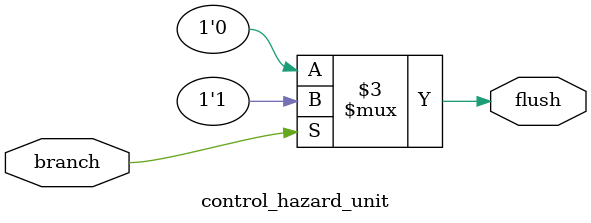
<source format=sv>
module control_hazard_unit(
    input logic branch, 
    output logic flush
);

    always_comb begin 
        
        if (branch) begin
            flush = 1'b1;
        end
        else begin
            flush = 1'b0;
        end
        
    end



endmodule


</source>
